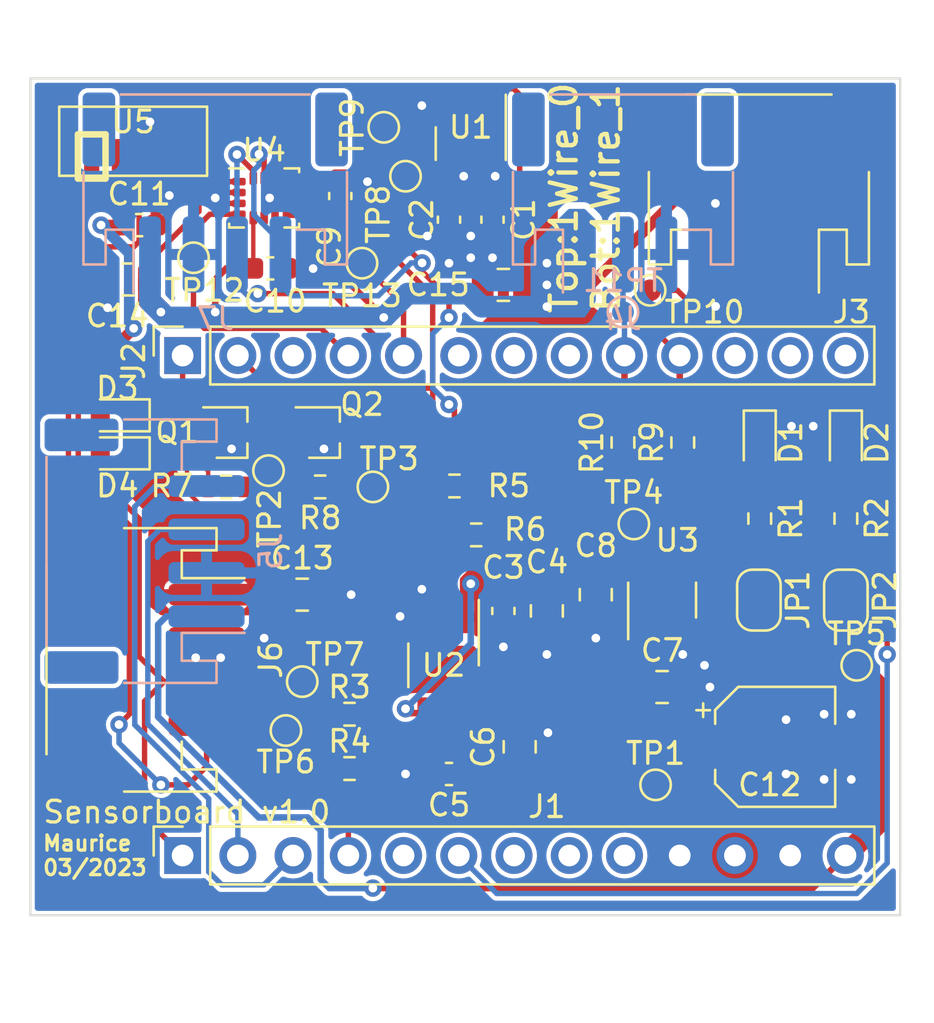
<source format=kicad_pcb>
(kicad_pcb (version 20211014) (generator pcbnew)
  (layers (0 "F.Cu" signal) (31 "B.Cu" signal) (34 "B.Paste" user) (35 "F.Paste" user) (36 "B.SilkS" user "B.Silkscreen") (37 "F.SilkS" user "F.Silkscreen") (38 "B.Mask" user) (39 "F.Mask" user) (44 "Edge.Cuts" user))
  (net 0 "")
  (net 1 "GND")
  (net 2 "Net-(D1-Pad2)")
  (net 3 "Net-(D2-Pad2)")
  (net 4 "Net-(D4-Pad1)")
  (net 5 "Net-(JP1-Pad1)")
  (net 6 "/VCC18")
  (net 7 "/SDA1V8")
  (net 8 "/SCL1V8")
  (net 9 "/EN1V8")
  (net 10 "/VCC33")
  (net 11 "/GPIO21")
  (net 12 "/GPIO01")
  (net 13 "/GPIO03")
  (net 14 "/GPIO22")
  (net 15 "/GPIO23")
  (net 16 "/LORA2")
  (net 17 "/LORA1")
  (net 18 "/GPIO27")
  (net 19 "/GPIO36")
  (net 20 "/GPIO39")
  (net 21 "/RST")
  (net 22 "/GPIO34")
  (net 23 "/GPIO35")
  (net 24 "/GPIO14")
  (net 25 "/GPIO12")
  (net 26 "/GPIO13")
  (net 27 "/GPIO25")
  (net 29 "/1WIRE_DATA0")
  (net 30 "/1WIRE_DATA1")
  (net 31 "/VCC5")
  (net 32 "Net-(D3-Pad1)")
  (net 33 "Net-(JP2-Pad1)")
  (net 34 "Net-(Q1-Pad3)")
  (net 35 "Net-(Q2-Pad3)")
  (net 38 "/GPIO00")
  (net 39 "/GPIO04")
  (footprint "LED_SMD:LED_0603_1608Metric" (layer "F.Cu") (at 82 74.75 180)
    (fp_text reference "D4")
    (fp_text value "U1")
  )
  (footprint "Capacitor_SMD:C_0603_1608Metric" (layer "F.Cu") (at 92.25 62.9125 90)
    (fp_text reference "C9")
    (fp_text value "100nF")
  )
  (footprint "Resistor_SMD:R_0603_1608Metric" (layer "F.Cu") (at 97.5 76.25 180)
    (fp_text reference "R5")
    (fp_text value "10k")
  )
  (footprint "Resistor_SMD:R_0603_1608Metric" (layer "F.Cu") (at 91.325 76.292893 180)
    (fp_text reference "R8")
    (fp_text value "120")
  )
  (footprint "Connector_PinSocket_2.54mm:PinSocket_1x13_P2.54mm_Vertical" (layer "F.Cu") (at 85 70.25 90)
    (fp_text reference "J2")
    (fp_text value "Conn_01x13_Female")
  )
  (footprint "Capacitor_SMD:C_0603_1608Metric" (layer "F.Cu") (at 99.75 82 -90)
    (fp_text reference "C3")
    (fp_text value "100nF")
  )
  (footprint "TestPoint:TestPoint_Pad_D1.0mm" (layer "F.Cu") (at 85.5 65.75)
    (fp_text reference "TP12")
    (fp_text value "TestPoint")
  )
  (footprint "Connector_JST:JST_PH_S3B-PH-SM4-TB_1x03-1MP_P2.00mm_Horizontal" (layer "F.Cu") (at 111.5 62.75 180)
    (fp_text reference "J3")
    (fp_text value "Conn_01x03_Female")
  )
  (footprint "Package_LGA:LGA-14_3x2.5mm_P0.5mm_LayoutBorder3x4y" (layer "F.Cu") (at 88.75 63)
    (fp_text reference "U4")
    (fp_text value "LSM6DS3")
  )
  (footprint "Connector_JST:JST_PH_S4B-PH-SM4-TB_1x04-1MP_P2.00mm_Horizontal" (layer "F.Cu") (at 83.25 84.25 -90)
    (fp_text reference "J6")
    (fp_text value "Conn_01x04_Female")
  )
  (footprint "own_footprints:VEML7700_top_view" (layer "F.Cu") (at 82.725 61.0915)
    (fp_text reference "U5")
    (fp_text value "VEML7700")
  )
  (footprint "Resistor_SMD:R_0603_1608Metric" (layer "F.Cu") (at 87 76.292893 180)
    (fp_text reference "R7")
    (fp_text value "120")
  )
  (footprint "TestPoint:TestPoint_Pad_D1.0mm" (layer "F.Cu") (at 94.25 59.75 90)
    (fp_text reference "TP9")
    (fp_text value "TestPoint")
  )
  (footprint "LED_SMD:LED_0603_1608Metric" (layer "F.Cu") (at 111.54 74.2675 -90)
    (fp_text reference "D1")
    (fp_text value "VCC33_Green")
  )
  (footprint "Package_LGA:Bosch_LGA-8_3x3mm_P0.8mm_ClockwisePinNumbering" (layer "F.Cu") (at 98.25 59.75)
    (fp_text reference "U1")
    (fp_text value "BME680")
  )
  (footprint "TestPoint:TestPoint_Pad_D1.0mm" (layer "F.Cu") (at 116 84.5)
    (fp_text reference "TP5")
    (fp_text value "TestPoint")
  )
  (footprint "Capacitor_SMD:C_0603_1608Metric" (layer "F.Cu") (at 97.25 89.5 180)
    (fp_text reference "C5")
    (fp_text value "100nF")
  )
  (footprint "Capacitor_SMD:C_0603_1608Metric" (layer "F.Cu") (at 99.25 64 -90)
    (fp_text reference "C1")
    (fp_text value "100nF")
  )
  (footprint "Capacitor_SMD:C_0805_2012Metric" (layer "F.Cu") (at 101.75 82 -90)
    (fp_text reference "C4")
    (fp_text value "1uF")
  )
  (footprint "Capacitor_SMD:C_0805_2012Metric" (layer "F.Cu") (at 99.75 67 180)
    (fp_text reference "C15")
    (fp_text value "1uF")
  )
  (footprint "Resistor_SMD:R_0603_1608Metric" (layer "F.Cu") (at 115.5 77.747258 -90)
    (fp_text reference "R2")
    (fp_text value "294")
  )
  (footprint "TestPoint:TestPoint_Pad_D1.0mm" (layer "F.Cu") (at 90.5 85.25 -90)
    (fp_text reference "TP7")
    (fp_text value "TestPoint")
  )
  (footprint "Package_TO_SOT_SMD:SOT-23-5" (layer "F.Cu") (at 107.05 81.5 90)
    (fp_text reference "U3")
    (fp_text value "TLV70218_SOT23-5")
  )
  (footprint "Capacitor_SMD:C_0805_2012Metric" (layer "F.Cu") (at 82.5 66.75 180)
    (fp_text reference "C14")
    (fp_text value "1uF")
  )
  (footprint "Resistor_SMD:R_0603_1608Metric" (layer "F.Cu") (at 92.675 89.25 180)
    (fp_text reference "R4")
    (fp_text value "10k")
  )
  (footprint "Jumper:SolderJumper-2_P1.3mm_Open_RoundedPad1.0x1.5mm" (layer "F.Cu") (at 111.5 81.5 -90)
    (fp_text reference "JP1")
    (fp_text value "SolderJumper_2_Open")
  )
  (footprint "Package_TO_SOT_SMD:SOT-323_SC-70" (layer "F.Cu") (at 91.5 73.792893)
    (fp_text reference "Q2")
    (fp_text value "Q_NMOS_GSD")
  )
  (footprint "Package_SO:VSSOP-8_3.0x3.0mm_P0.65mm" (layer "F.Cu") (at 97 84.5 -90)
    (fp_text reference "U2")
    (fp_text value "TCA9800")
  )
  (footprint "Capacitor_SMD:C_0805_2012Metric" (layer "F.Cu") (at 104 81.25 -90)
    (fp_text reference "C8")
    (fp_text value "1uF")
  )
  (footprint "TestPoint:TestPoint_Pad_D1.0mm" (layer "F.Cu") (at 93.75 76.292893)
    (fp_text reference "TP3")
    (fp_text value "TestPoint")
  )
  (footprint "Resistor_SMD:R_0603_1608Metric" (layer "F.Cu") (at 105.25 74.25 90)
    (fp_text reference "R10")
    (fp_text value "4k7")
  )
  (footprint "Connector_PinSocket_2.54mm:PinSocket_1x13_P2.54mm_Vertical" (layer "F.Cu") (at 85 93.25 90)
    (fp_text reference "J1")
    (fp_text value "Conn_01x13_Female")
  )
  (footprint "Resistor_SMD:R_0603_1608Metric" (layer "F.Cu") (at 98.5 78.5 180)
    (fp_text reference "R6")
    (fp_text value "10k")
  )
  (footprint "LED_SMD:LED_0603_1608Metric" (layer "F.Cu") (at 115.5 74.2675 -90)
    (fp_text reference "D2")
    (fp_text value "VCC5_Green")
  )
  (footprint "TestPoint:TestPoint_Pad_D1.0mm" (layer "F.Cu") (at 106.5 67.25 90)
    (fp_text reference "TP10")
    (fp_text value "TestPoint")
  )
  (footprint "Capacitor_SMD:C_0603_1608Metric" (layer "F.Cu") (at 97.25 64 -90)
    (fp_text reference "C2")
    (fp_text value "100nF")
  )
  (footprint "Package_TO_SOT_SMD:SOT-323_SC-70" (layer "F.Cu") (at 87.25 73.792893)
    (fp_text reference "Q1")
    (fp_text value "Q_NMOS_GSD")
  )
  (footprint "TestPoint:TestPoint_Pad_D1.0mm" (layer "F.Cu") (at 95.25 62 90)
    (fp_text reference "TP8")
    (fp_text value "TestPoint")
  )
  (footprint "Jumper:SolderJumper-2_P1.3mm_Open_RoundedPad1.0x1.5mm" (layer "F.Cu") (at 115.5 81.5 -90)
    (fp_text reference "JP2")
    (fp_text value "SolderJumper_2_Open")
  )
  (footprint "TestPoint:TestPoint_Pad_D1.0mm" (layer "F.Cu") (at 88.95 75.542893)
    (fp_text reference "TP2")
    (fp_text value "TestPoint")
  )
  (footprint "TestPoint:TestPoint_Pad_D1.0mm" (layer "F.Cu") (at 89.75 87.5 180)
    (fp_text reference "TP6")
    (fp_text value "TestPoint")
  )
  (footprint "Resistor_SMD:R_0603_1608Metric" (layer "F.Cu") (at 111.54 77.75 -90)
    (fp_text reference "R1")
    (fp_text value "120")
  )
  (footprint "Capacitor_SMD:C_0603_1608Metric" (layer "F.Cu") (at 89.03 66.24)
    (fp_text reference "C10")
    (fp_text value "100nF")
  )
  (footprint "LED_SMD:LED_0603_1608Metric" (layer "F.Cu") (at 82 73 180)
    (fp_text reference "D3")
    (fp_text value "U0")
  )
  (footprint "Capacitor_SMD:C_0805_2012Metric" (layer "F.Cu") (at 90.5 81.25)
    (fp_text reference "C13")
    (fp_text value "1uF")
  )
  (footprint "Resistor_SMD:R_0603_1608Metric" (layer "F.Cu") (at 108 74.25 90)
    (fp_text reference "R9")
    (fp_text value "4k7")
  )
  (footprint "Capacitor_SMD:C_0805_2012Metric" (layer "F.Cu") (at 107.05 85.5)
    (fp_text reference "C7")
    (fp_text value "1uF")
  )
  (footprint "Resistor_SMD:R_0603_1608Metric" (layer "F.Cu") (at 92.675 86.75 180)
    (fp_text reference "R3")
    (fp_text value "10k")
  )
  (footprint "TestPoint:TestPoint_Pad_D1.0mm" (layer "F.Cu") (at 105.75 78)
    (fp_text reference "TP4")
    (fp_text value "TestPoint")
  )
  (footprint "TestPoint:TestPoint_Pad_D1.0mm" (layer "F.Cu") (at 93.25 66)
    (fp_text reference "TP13")
    (fp_text value "TestPoint")
  )
  (footprint "TestPoint:TestPoint_Pad_D1.0mm" (layer "F.Cu") (at 106.75 90)
    (fp_text reference "TP1")
    (fp_text value "TestPoint")
  )
  (footprint "Capacitor_SMD:CP_Elec_5x5.3" (layer "F.Cu") (at 112.25 88.25)
    (fp_text reference "C12")
    (fp_text value "10uF")
  )
  (footprint "Capacitor_SMD:C_0603_1608Metric" (layer "F.Cu") (at 83 64.25)
    (fp_text reference "C11")
    (fp_text value "100nF")
  )
  (footprint "Capacitor_SMD:C_0805_2012Metric" (layer "F.Cu") (at 100.5 88.25 90)
    (fp_text reference "C6")
    (fp_text value "1uF")
  )
  (footprint "Connector_JST:JST_PH_S4B-PH-SM4-TB_1x04-1MP_P2.00mm_Horizontal" (layer "B.Cu") (at 86.5 62.75)
    (fp_text reference "J7")
    (fp_text value "Conn_01x04_Female")
  )
  (footprint "Connector_JST:JST_PH_S4B-PH-SM4-TB_1x04-1MP_P2.00mm_Horizontal" (layer "B.Cu") (at 83.25 79.25 90)
    (fp_text reference "J5")
    (fp_text value "Conn_01x04_Female")
  )
  (footprint "TestPoint:TestPoint_Pad_D1.0mm" (layer "B.Cu") (at 105.25 68.25 180)
    (fp_text reference "TP11")
    (fp_text value "TestPoint")
  )
  (footprint "Connector_JST:JST_PH_S3B-PH-SM4-TB_1x03-1MP_P2.00mm_Horizontal" (layer "B.Cu") (at 105.25 62.75)
    (fp_text reference "J4")
    (fp_text value "Conn_01x03_Female")
  )
  (gr_rect (start 78 96) (end 118 57.5) (layer "Edge.Cuts") (width 0.1) (fill none))
  (gr_text "Sensorboard v1.0" (at 78.5 91.25) (layer "F.SilkS") (effects (font (size 1 1)) (justify left)))
  (gr_text "Maurice\n03/2023" (at 78.5 93.25) (layer "F.SilkS") (effects (font (size 0.7 0.7)) (justify left)))
  (gr_text "Top:1Wire_0\nBot:1Wire_1" (at 103.5 63 90) (layer "F.SilkS") (effects (font (size 1.2 1.2) (thickness 0.2))))
  (segment (start 96.025 82.3) (end 95.05 82.3) (width 0.5) (layer "F.Cu") (net 1))
  (segment (start 114.45 88.25) (end 114.45 88.05) (width 0.5) (layer "F.Cu") (net 1))
  (segment (start 98.275 64.775) (end 98.25 64.75) (width 0.5) (layer "F.Cu") (net 1))
  (segment (start 86.1 83.25) (end 86.1 83.6505) (width 0.5) (layer "F.Cu") (net 1))
  (segment (start 96.025 82.3) (end 96.025 81.025) (width 0.5) (layer "F.Cu") (net 1))
  (segment (start 107.25 84) (end 108 84) (width 0.25) (layer "F.Cu") (net 1))
  (segment (start 84.387299 62.887299) (end 83.775 63.499598) (width 0.5) (layer "F.Cu") (net 1))
  (segment (start 114.45 88.25) (end 114.45 89.7) (width 0.5) (layer "F.Cu") (net 1))
  (segment (start 114.45 88.05) (end 115.75 86.75) (width 0.5) (layer "F.Cu") (net 1))
  (segment (start 97.85 60.9375) (end 97.85 61.9245) (width 0.25) (layer "F.Cu") (net 1))
  (segment (start 99.45 61.9245) (end 99.3745 62) (width 0.25) (layer "F.Cu") (net 1))
  (segment (start 97.85 61.9245) (end 97.9255 62) (width 0.25) (layer "F.Cu") (net 1))
  (segment (start 87.5875 63.25) (end 86.75 63.25) (width 0.25) (layer "F.Cu") (net 1))
  (segment (start 83.36 61.0915) (end 83.36 59.64) (width 0.5) (layer "F.Cu") (net 1))
  (segment (start 98.8 66.3) (end 98.25 65.75) (width 0.5) (layer "F.Cu") (net 1))
  (segment (start 81.55 68.05) (end 81.55 66.75) (width 1) (layer "F.Cu") (net 1))
  (segment (start 114.45 88.25) (end 114.45 86.8) (width 0.5) (layer "F.Cu") (net 1))
  (segment (start 97.25 64.775) (end 97.25 66) (width 0.5) (layer "F.Cu") (net 1))
  (segment (start 107.05 82.6375) (end 107.05 83.8) (width 0.25) (layer "F.Cu") (net 1))
  (segment (start 86.1 83.25) (end 86.1 83.65) (width 0.5) (layer "F.Cu") (net 1))
  (segment (start 98.8 67) (end 98.8 66.3) (width 0.5) (layer "F.Cu") (net 1))
  (segment (start 109.512299 65.612299) (end 109.5 65.6) (width 0.5) (layer "F.Cu") (net 1))
  (segment (start 112.98 73.48) (end 113 73.5) (width 0.25) (layer "F.Cu") (net 1))
  (segment (start 93.5 62.25) (end 92.3625 62.25) (width 0.3) (layer "F.Cu") (net 1))
  (segment (start 89 63) (end 89.25 63.25) (width 0.25) (layer "F.Cu") (net 1))
  (segment (start 96.275 64.775) (end 96.25 64.75) (width 0.5) (layer "F.Cu") (net 1))
  (segment (start 97.25 64.775) (end 96.275 64.775) (width 0.5) (layer "F.Cu") (net 1))
  (segment (start 99.45 60.9375) (end 99.45 61.9245) (width 0.25) (layer "F.Cu") (net 1))
  (segment (start 97.05 58.5625) (end 96.1875 58.5625) (width 0.25) (layer "F.Cu") (net 1))
  (segment (start 86.1 83.25) (end 88.75 83.25) (width 0.5) (layer "F.Cu") (net 1))
  (segment (start 100.5 87.3) (end 101.5 87.3) (width 0.5) (layer "F.Cu") (net 1))
  (segment (start 83.775 63.499598) (end 83.775 64.25) (width 0.5) (layer "F.Cu") (net 1))
  (segment (start 114.45 88.25) (end 114.45 88.45) (width 0.5) (layer "F.Cu") (net 1))
  (segment (start 99.25 64.775) (end 99.25 65.75) (width 0.5) (layer "F.Cu") (net 1))
  (segment (start 96.475 89.5) (end 95.25 89.5) (width 0.5) (layer "F.Cu") (net 1))
  (segment (start 99.25 64.775) (end 98.275 64.775) (width 0.5) (layer "F.Cu") (net 1))
  (segment (start 99.75 82.775) (end 99.75 83.6505) (width 1) (layer "F.Cu") (net 1))
  (segment (start 86.25 74.442893) (end 87.15 74.442893) (width 0.3) (layer "F.Cu") (net 1))
  (segment (start 107.05 83.8) (end 107.25 84) (width 0.25) (layer "F.Cu") (net 1))
  (segment (start 86.75 62.25) (end 86.5 62.5) (width 0.25) (layer "F.Cu") (net 1))
  (segment (start 92.3625 62.25) (end 92.25 62.1375) (width 0.3) (layer "F.Cu") (net 1))
  (segment (start 91.4 74.442893) (end 91.5 74.542893) (width 0.3) (layer "F.Cu") (net 1))
  (segment (start 86.75 62.75) (end 86.5 63) (width 0.25) (layer "F.Cu") (net 1))
  (segment (start 86.1 83.6505) (end 85.6 84.1505) (width 0.5) (layer "F.Cu") (net 1))
  (segment (start 86.1 83.5005) (end 86.75 84.1505) (width 0.5) (layer "F.Cu") (net 1))
  (segment (start 96.025 81.025) (end 96 81) (width 0.25) (layer "F.Cu") (net 1))
  (segment (start 109.5 65.6) (end 109.5 63.25) (width 0.5) (layer "F.Cu") (net 1))
  (segment (start 114 88.25) (end 112.75 87) (width 0.5) (layer "F.Cu") (net 1))
  (segment (start 87.5875 62.25) (end 86.75 62.25) (width 0.25) (layer "F.Cu") (net 1))
  (segment (start 101.5 87.3) (end 101.8 87.6) (width 0.5) (layer "F.Cu") (net 1))
  (segment (start 111.54 73.48) (end 112.98 73.48) (width 0.25) (layer "F.Cu") (net 1))
  (segment (start 91.45 81.25) (end 92.75 81.25) (width 0.5) (layer "F.Cu") (net 1))
  (segment (start 90.5 74.442893) (end 91.4 74.442893) (width 0.3) (layer "F.Cu") (net 1))
  (segment (start 83.36 59.64) (end 83.5 59.5) (width 0.5) (layer "F.Cu") (net 1))
  (segment (start 115.5 73.48) (end 114.02 73.48) (width 0.25) (layer "F.Cu") (net 1))
  (segment (start 87.15 74.442893) (end 87.25 74.542893) (width 0.3) (layer "F.Cu") (net 1))
  (segment (start 114.45 88.25) (end 114 88.25) (width 0.5) (layer "F.Cu") (net 1))
  (segment (start 104 82.2) (end 104 83.25) (width 1) (layer "F.Cu") (net 1))
  (segment (start 86.75 63.25) (end 86.5 63) (width 0.25) (layer "F.Cu") (net 1))
  (segment (start 86.1 83.25) (end 86.1 83.5005) (width 0.5) (layer "F.Cu") (net 1))
  (segment (start 89.25 63.25) (end 89.25 63.9125) (width 0.25) (layer "F.Cu") (net 1))
  (segment (start 89 63) (end 88.75 63.25) (width 0.25) (layer "F.Cu") (net 1))
  (segment (start 114 88.25) (end 112.75 89.5) (width 0.5) (layer "F.Cu") (net 1))
  (segment (start 114.02 73.48) (end 114 73.5) (width 0.25) (layer "F.Cu") (net 1))
  (segment (start 96.1875 58.5625) (end 96 58.75) (width 0.25) (layer "F.Cu") (net 1))
  (segment (start 88.75 63.25) (end 88.75 63.9125) (width 0.25) (layer "F.Cu") (net 1))
  (segment (start 109.512299 67.987701) (end 109.512299 65.612299) (width 0.5) (layer "F.Cu") (net 1))
  (segment (start 86.5 62.5) (end 86.5 63) (width 0.25) (layer "F.Cu") (net 1))
  (segment (start 89.805 66.24) (end 90.99 66.24) (width 0.3) (layer "F.Cu") (net 1))
  (segment (start 114.45 88.45) (end 115.75 89.75) (width 0.5) (layer "F.Cu") (net 1))
  (segment (start 95.05 82.3) (end 95 82.25) (width 0.25) (layer "F.Cu") (net 1))
  (segment (start 87.5875 62.75) (end 86.75 62.75) (width 0.25) (layer "F.Cu") (net 1))
  (segment (start 90.99 66.24) (end 91 66.25) (width 0.3) (layer "F.Cu") (net 1))
  (segment (start 114.45 86.8) (end 114.5 86.75) (width 0.5) (layer "F.Cu") (net 1))
  (segment (start 101.75 82.95) (end 101.75 84) (width 1) (layer "F.Cu") (net 1))
  (segment (start 114.45 89.7) (end 114.5 89.75) (width 0.5) (layer "F.Cu") (net 1))
  (via (at 114.5 86.75) (size 0.8) (drill 0.4) (layers "F.Cu" "B.Cu") (net 1))
  (via (at 98.25 65.75) (size 0.8) (drill 0.4) (layers "F.Cu" "B.Cu") (net 1))
  (via (at 109.25 85.5) (size 0.8) (drill 0.4) (layers "F.Cu" "B.Cu") (net 1))
  (via (at 95.25 89.5) (size 0.8) (drill 0.4) (layers "F.Cu" "B.Cu") (net 1))
  (via (at 114.5 89.75) (size 0.8) (drill 0.4) (layers "F.Cu" "B.Cu") (net 1))
  (via (at 96.25 64.75) (size 0.8) (drill 0.4) (layers "F.Cu" "B.Cu") (net 1))
  (via (at 101.75 84) (size 0.8) (drill 0.4) (layers "F.Cu" "B.Cu") (net 1))
  (via (at 97.9255 62) (size 0.8) (drill 0.4) (layers "F.Cu" "B.Cu") (net 1))
  (via (at 97.25 66) (size 0.8) (drill 0.4) (layers "F.Cu" "B.Cu") (net 1))
  (via (at 112.75 87) (size 0.8) (drill 0.4) (layers "F.Cu" "B.Cu") (net 1))
  (via (at 109 84.5) (size 0.8) (drill 0.4) (layers "F.Cu" "B.Cu") (net 1))
  (via (at 89 63) (size 0.8) (drill 0.4) (layers "F.Cu" "B.Cu") (net 1))
  (via (at 86.5 63) (size 0.8) (drill 0.4) (layers "F.Cu" "B.Cu") (net 1))
  (via (at 96 81) (size 0.8) (drill 0.4) (layers "F.Cu" "B.Cu") (net 1))
  (via (at 91 66.25) (size 0.8) (drill 0.4) (layers "F.Cu" "B.Cu") (net 1))
  (via (at 86.75 84.1505) (size 0.8) (drill 0.4) (layers "F.Cu" "B.Cu") (net 1))
  (via (at 93.5 62.25) (size 0.8) (drill 0.4) (layers "F.Cu" "B.Cu") (net 1))
  (via (at 85.6 84.1505) (size 0.8) (drill 0.4) (layers "F.Cu" "B.Cu") (net 1))
  (via (at 109.512299 67.987701) (size 0.8) (drill 0.4) (layers "F.Cu" "B.Cu") (net 1))
  (via (at 83.5 59.5) (size 0.8) (drill 0.4) (layers "F.Cu" "B.Cu") (net 1))
  (via (at 99.75 83.6505) (size 0.8) (drill 0.4) (layers "F.Cu" "B.Cu") (net 1))
  (via (at 115.75 89.75) (size 0.8) (drill 0.4) (layers "F.Cu" "B.Cu") (net 1))
  (via (at 108 84) (size 0.8) (drill 0.4) (layers "F.Cu" "B.Cu") (net 1))
  (via (at 96 58.75) (size 0.8) (drill 0.4) (layers "F.Cu" "B.Cu") (net 1))
  (via (at 99.25 65.75) (size 0.8) (drill 0.4) (layers "F.Cu" "B.Cu") (net 1))
  (via (at 87.25 74.542893) (size 0.8) (drill 0.4) (layers "F.Cu" "B.Cu") (net 1))
  (via (at 104 83.25) (size 0.8) (drill 0.4) (layers "F.Cu" "B.Cu") (net 1))
  (via (at 92.75 81.25) (size 0.8) (drill 0.4) (layers "F.Cu" "B.Cu") (net 1))
  (via (at 91.5 74.542893) (size 0.8) (drill 0.4) (layers "F.Cu" "B.Cu") (net 1))
  (via (at 81.55 68.05) (size 0.8) (drill 0.4) (layers "F.Cu" "B.Cu") (net 1))
  (via (at 113 73.5) (size 0.8) (drill 0.4) (layers "F.Cu" "B.Cu") (net 1))
  (via (at 95 82.25) (size 0.8) (drill 0.4) (layers "F.Cu" "B.Cu") (net 1))
  (via (at 115.75 86.75) (size 0.8) (drill 0.4) (layers "F.Cu" "B.Cu") (net 1))
  (via (at 101.8 87.6) (size 0.8) (drill 0.4) (layers "F.Cu" "B.Cu") (net 1))
  (via (at 109.5 63.25) (size 0.8) (drill 0.4) (layers "F.Cu" "B.Cu") (net 1))
  (via (at 99.3745 62) (size 0.8) (drill 0.4) (layers "F.Cu" "B.Cu") (net 1))
  (via (at 114 73.5) (size 0.8) (drill 0.4) (layers "F.Cu" "B.Cu") (net 1))
  (via (at 112.75 89.5) (size 0.8) (drill 0.4) (layers "F.Cu" "B.Cu") (net 1))
  (via (at 98.25 64.75) (size 0.8) (drill 0.4) (layers "F.Cu" "B.Cu") (net 1))
  (via (at 88.75 83.25) (size 0.8) (drill 0.4) (layers "F.Cu" "B.Cu") (net 1))
  (via (at 84.387299 62.887299) (size 0.8) (drill 0.4) (layers "F.Cu" "B.Cu") (net 1))
  (segment (start 111.54 76.925) (end 111.54 75.055) (width 0.25) (layer "F.Cu") (net 2))
  (segment (start 115.5 76.922258) (end 115.5 75.055) (width 0.25) (layer "F.Cu") (net 3))
  (segment (start 85.767893 77.067893) (end 85.2 76.5) (width 0.2) (layer "F.Cu") (net 4))
  (segment (start 90.5 76.292893) (end 89.725 77.067893) (width 0.2) (layer "F.Cu") (net 4))
  (segment (start 85.2 76.5) (end 85.2 75.45) (width 0.2) (layer "F.Cu") (net 4))
  (segment (start 84.5 74.75) (end 82.7875 74.75) (width 0.2) (layer "F.Cu") (net 4))
  (segment (start 89.725 77.067893) (end 85.767893 77.067893) (width 0.2) (layer "F.Cu") (net 4))
  (segment (start 85.2 75.45) (end 84.5 74.75) (width 0.2) (layer "F.Cu") (net 4))
  (segment (start 111.5 78.615) (end 111.54 78.575) (width 0.25) (layer "F.Cu") (net 5))
  (segment (start 111.5 80.85) (end 111.5 78.615) (width 0.25) (layer "F.Cu") (net 5))
  (segment (start 87.01 66.24) (end 86.5 66.75) (width 0.3) (layer "F.Cu") (net 6))
  (segment (start 108.5 62.25) (end 112.75 62.25) (width 0.5) (layer "F.Cu") (net 6))
  (segment (start 112.75 62.25) (end 113.5 63) (width 0.5) (layer "F.Cu") (net 6))
  (segment (start 83.45 65.913604) (end 85.75 63.613604) (width 0.25) (layer "F.Cu") (net 6))
  (segment (start 92.25 63.6875) (end 92.1875 63.6875) (width 0.2) (layer "F.Cu") (net 6))
  (segment (start 96.025 86.7) (end 95.45 86.7) (width 0.3) (layer "F.Cu") (net 6))
  (segment (start 113.5 63) (end 113.5 65.6) (width 0.5) (layer "F.Cu") (net 6))
  (segment (start 99.25 63.225) (end 98.65 62.625) (width 0.25) (layer "F.Cu") (net 6))
  (segment (start 100.7 67) (end 101.75 67) (width 0.5) (layer "F.Cu") (net 6))
  (segment (start 86.75 60) (end 88.75 60) (width 0.25) (layer "F.Cu") (net 6))
  (segment (start 100.75 67) (end 101.75 68) (width 0.25) (layer "F.Cu") (net 6))
  (segment (start 88.25 66.235) (end 88.255 66.24) (width 0.2) (layer "F.Cu") (net 6))
  (segment (start 97.85 58.5625) (end 97.85 58.4) (width 0.25) (layer "F.Cu") (net 6))
  (segment (start 103.75 67) (end 108.5 62.25) (width 0.5) (layer "F.Cu") (net 6))
  (segment (start 101.7 66) (end 100.7 67) (width 0.5) (layer "F.Cu") (net 6))
  (segment (start 88.75 60) (end 89.25 60.5) (width 0.25) (layer "F.Cu") (net 6))
  (segment (start 88.255 66.24) (end 87.01 66.24) (width 0.3) (layer "F.Cu") (net 6))
  (segment (start 83.45 67.7) (end 84 68.25) (width 1) (layer "F.Cu") (net 6))
  (segment (start 95.45 86.7) (end 95.25 86.5) (width 0.3) (layer "F.Cu") (net 6))
  (segment (start 100.5 58.25) (end 100.5 63.25) (width 0.25) (layer "F.Cu") (net 6))
  (segment (start 89.25 60.5) (end 89.25 62.0875) (width 0.25) (layer "F.Cu") (net 6))
  (segment (start 88.25 63.9125) (end 88.25 66.235) (width 0.2) (layer "F.Cu") (net 6))
  (segment (start 98.275 57.975) (end 99.5 57.975) (width 0.25) (layer "F.Cu") (net 6))
  (segment (start 99.5 57.975) (end 100.225 57.975) (width 0.25) (layer "F.Cu") (net 6))
  (segment (start 92.25 66.5) (end 92.25 63.6875) (width 0.3) (layer "F.Cu") (net 6))
  (segment (start 100.7 67) (end 100.7 66.7) (width 0.25) (layer "F.Cu") (net 6))
  (segment (start 83.45 66.75) (end 83.45 67.7) (width 1) (layer "F.Cu") (net 6))
  (segment (start 97.05 63.025) (end 97.25 63.225) (width 0.25) (layer "F.Cu") (net 6))
  (segment (start 85.75 61) (end 86.75 60) (width 0.25) (layer "F.Cu") (net 6))
  (segment (start 85.75 63.613604) (end 85.75 61) (width 0.25) (layer "F.Cu") (net 6))
  (segment (start 86.5 66.75) (end 86.5 68.5) (width 0.3) (layer "F.Cu") (net 6))
  (segment (start 97.05 60.9375) (end 97.05 63.025) (width 0.25) (layer "F.Cu") (net 6))
  (segment (start 94.25 68.5) (end 92.25 66.5) (width 0.3) (layer "F.Cu") (net 6))
  (segment (start 98.25 58) (end 98.275 57.975) (width 0.25) (layer "F.Cu") (net 6))
  (segment (start 92.1875 63.75) (end 92.25 63.6875) (width 0.2) (layer "F.Cu") (net 6))
  (segment (start 101.75 66) (end 101.7 66) (width 0.5) (layer "F.Cu") (net 6))
  (segment (start 100.225 57.975) (end 100.5 58.25) (width 0.25) (layer "F.Cu") (net 6))
  (segment (start 97.85 58.4) (end 98.25 58) (width 0.25) (layer "F.Cu") (net 6))
  (segment (start 89.9125 63.75) (end 92.1875 63.75) (width 0.2) (layer "F.Cu") (net 6))
  (segment (start 101.75 67) (end 103.75 67) (width 0.5) (layer "F.Cu") (net 6))
  (segment (start 83.45 66.75) (end 83.45 65.913604) (width 0.25) (layer "F.Cu") (net 6))
  (segment (start 100.7 67) (end 100.75 67) (width 0.25) (layer "F.Cu") (net 6))
  (segment (start 98.65 62.625) (end 98.65 60.9375) (width 0.25) (layer "F.Cu") (net 6))
  (via (at 98.25 80.75) (size 0.8) (drill 0.4) (layers "F.Cu" "B.Cu") (net 6))
  (via (at 86.5 68.25) (size 0.8) (drill 0.4) (layers "F.Cu" "B.Cu") (net 6))
  (via (at 101.75 66) (size 0.8) (drill 0.4) (layers "F.Cu" "B.Cu") (net 6))
  (via (at 84 68.25) (size 0.8) (drill 0.4) (layers "F.Cu" "B.Cu") (net 6))
  (via (at 101.75 67) (size 0.8) (drill 0.4) (layers "F.Cu" "B.Cu") (net 6))
  (via (at 94.25 68.5) (size 0.8) (drill 0.4) (layers "F.Cu" "B.Cu") (net 6))
  (via (at 95.25 86.5) (size 0.8) (drill 0.4) (layers "F.Cu" "B.Cu") (net 6))
  (via (at 101.75 68) (size 0.8) (drill 0.4) (layers "F.Cu" "B.Cu") (net 6))
  (segment (start 101.75 68) (end 98.75 68) (width 1) (layer "B.Cu") (net 6))
  (segment (start 86.5 68.5) (end 84.25 68.5) (width 1) (layer "B.Cu") (net 6))
  (segment (start 94.25 68.5) (end 86.5 68.5) (width 1) (layer "B.Cu") (net 6))
  (segment (start 98.75 68) (end 98.15 67.4) (width 1) (layer "B.Cu") (net 6))
  (segment (start 95.25 86.5) (end 98.25 83.5) (width 0.3) (layer "B.Cu") (net 6))
  (segment (start 103.25 65.6) (end 102.15 65.6) (width 0.5) (layer "B.Cu") (net 6))
  (segment (start 98.15 67.4) (end 95.35 67.4) (width 1) (layer "B.Cu") (net 6))
  (segment (start 84.25 68.5) (end 84 68.25) (width 1) (layer "B.Cu") (net 6))
  (segment (start 102.15 65.6) (end 101.75 66) (width 0.5) (layer "B.Cu") (net 6))
  (segment (start 98.25 83.5) (end 98.25 80.75) (width 0.3) (layer "B.Cu") (net 6))
  (segment (start 95.35 67.4) (end 94.25 68.5) (width 1) (layer "B.Cu") (net 6))
  (segment (start 84 68.25) (end 83.5 67.75) (width 1) (layer "B.Cu") (net 6))
  (segment (start 83.5 67.75) (end 83.5 65.6) (width 1) (layer "B.Cu") (net 6))
  (segment (start 96.725 76.3) (end 96.675 76.25) (width 0.25) (layer "F.Cu") (net 7))
  (segment (start 91.9005 67.4005) (end 93.795 69.295) (width 0.25) (layer "F.Cu") (net 7))
  (segment (start 94.25 61.613604) (end 95.181802 60.681802) (width 0.25) (layer "F.Cu") (net 7))
  (segment (start 93.795 69.295) (end 93.795 71.045) (width 0.25) (layer "F.Cu") (net 7))
  (segment (start 96.5 68) (end 96.5 67.5) (width 0.25) (layer "F.Cu") (net 7))
  (segment (start 88.455424 67.4005) (end 91.9005 67.4005) (width 0.25) (layer "F.Cu") (net 7))
  (segment (start 88.25 61.75) (end 87.5 61) (width 0.25) (layer "F.Cu") (net 7))
  (segment (start 88.25 62.0875) (end 88.25 61.75) (width 0.25) (layer "F.Cu") (net 7))
  (segment (start 96.725 82.25) (end 96.725 76.3) (width 0.25) (layer "F.Cu") (net 7))
  (segment (start 94.25 65.25) (end 94.25 61.613604) (width 0.25) (layer "F.Cu") (net 7))
  (segment (start 95.556802 60.306802) (end 96.063604 59.8) (width 0.25) (layer "F.Cu") (net 7))
  (segment (start 96.675 76.25) (end 96.5 76.075) (width 0.25) (layer "F.Cu") (net 7))
  (segment (start 98.2 59.8) (end 98.65 59.35) (width 0.25) (layer "F.Cu") (net 7))
  (segment (start 98.65 59.35) (end 98.65 58.5625) (width 0.25) (layer "F.Cu") (net 7))
  (segment (start 96.5 69) (end 96.5 68) (width 0.25) (layer "F.Cu") (net 7))
  (segment (start 96.5 71.75) (end 96.5 69) (width 0.25) (layer "F.Cu") (net 7))
  (segment (start 96.5 67.5) (end 94.25 65.25) (width 0.25) (layer "F.Cu") (net 7))
  (segment (start 96.5 76.075) (end 96.5 71.75) (width 0.25) (layer "F.Cu") (net 7))
  (segment (start 94.25 59.75) (end 95.181802 60.681802) (width 0.25) (layer "F.Cu") (net 7))
  (segment (start 96.063604 59.8) (end 98.2 59.8) (width 0.25) (layer "F.Cu") (net 7))
  (segment (start 94.5 71.75) (end 96.5 71.75) (width 0.25) (layer "F.Cu") (net 7))
  (segment (start 95.181802 60.681802) (end 95.556802 60.306802) (width 0.25) (layer "F.Cu") (net 7))
  (segment (start 96.675 82.3) (end 96.725 82.25) (width 0.25) (layer "F.Cu") (net 7))
  (segment (start 93.795 71.045) (end 94.5 71.75) (width 0.25) (layer "F.Cu") (net 7))
  (via (at 87.5 61) (size 0.8) (drill 0.4) (layers "F.Cu" "B.Cu") (net 7))
  (via (at 88.455424 67.4005) (size 0.8) (drill 0.4) (layers "F.Cu" "B.Cu") (net 7))
  (segment (start 87.5 67) (end 87.5 65.6) (width 0.25) (layer "B.Cu") (net 7))
  (segment (start 88.455424 67.4005) (end 88.355924 67.5) (width 0.25) (layer "B.Cu") (net 7))
  (segment (start 88 67.5) (end 87.5 67) (width 0.25) (layer "B.Cu") (net 7))
  (segment (start 87.5 61) (end 87.5 65.6) (width 0.25) (layer "B.Cu") (net 7))
  (segment (start 88.355924 67.5) (end 88 67.5) (width 0.25) (layer "B.Cu") (net 7))
  (segment (start 97.5 72.75) (end 97.25 72.5) (width 0.25) (layer "F.Cu") (net 8))
  (segment (start 97.325 82.3) (end 97.325 78.85) (width 0.25) (layer "F.Cu") (net 8))
  (segment (start 97.5 78.325) (end 97.5 73) (width 0.25) (layer "F.Cu") (net 8))
  (segment (start 95.25 61.25) (end 96.25 60.25) (width 0.25) (layer "F.Cu") (net 8))
  (segment (start 88.75 61.225402) (end 88.512299 60.987701) (width 0.25) (layer "F.Cu") (net 8))
  (segment (start 96.012299 65.987701) (end 95.25 65.225402) (width 0.25) (layer "F.Cu") (net 8))
  (segment (start 95.25 62) (end 95.25 61.25) (width 0.25) (layer "F.Cu") (net 8))
  (segment (start 98.5 60.25) (end 99.5 59.25) (width 0.25) (layer "F.Cu") (net 8))
  (segment (start 97.25 67.613604) (end 97.25 68.5) (width 0.25) (layer "F.Cu") (net 8))
  (segment (start 96.012299 65.987701) (end 96.012299 66.375903) (width 0.25) (layer "F.Cu") (net 8))
  (segment (start 97.5 73) (end 97.5 72.75) (width 0.25) (layer "F.Cu") (net 8))
  (segment (start 96.25 60.25) (end 98.5 60.25) (width 0.25) (layer "F.Cu") (net 8))
  (segment (start 95.25 65) (end 95.25 62) (width 0.25) (layer "F.Cu") (net 8))
  (segment (start 97.675 78.5) (end 97.5 78.325) (width 0.25) (layer "F.Cu") (net 8))
  (segment (start 99.5 58.6125) (end 99.45 58.5625) (width 0.25) (layer "F.Cu") (net 8))
  (segment (start 96.012299 66.375903) (end 97.25 67.613604) (width 0.25) (layer "F.Cu") (net 8))
  (segment (start 95.25 65.225402) (end 95.25 65) (width 0.25) (layer "F.Cu") (net 8))
  (segment (start 99.5 59.25) (end 99.5 58.6125) (width 0.25) (layer "F.Cu") (net 8))
  (segment (start 88.75 62.0875) (end 88.75 61.225402) (width 0.25) (layer "F.Cu") (net 8))
  (segment (start 97.325 78.85) (end 97.675 78.5) (width 0.25) (layer "F.Cu") (net 8))
  (via (at 97.25 68.5) (size 0.8) (drill 0.4) (layers "F.Cu" "B.Cu") (net 8))
  (via (at 97.25 72.5) (size 0.8) (drill 0.4) (layers "F.Cu" "B.Cu") (net 8))
  (via (at 96.012299 65.987701) (size 0.8) (drill 0.4) (layers "F.Cu" "B.Cu") (net 8))
  (via (at 88.512299 60.987701) (size 0.8) (drill 0.4) (layers "F.Cu" "B.Cu") (net 8))
  (segment (start 88.275 63.775) (end 89.5 65) (width 0.25) (layer "B.Cu") (net 8))
  (segment (start 90 67.5) (end 94 67.5) (width 0.25) (layer "B.Cu") (net 8))
  (segment (start 94 67.5) (end 95.512299 65.987701) (width 0.25) (layer "B.Cu") (net 8))
  (segment (start 89.5 67) (end 90 67.5) (width 0.25) (layer "B.Cu") (net 8))
  (segment (start 95.512299 65.987701) (end 96.012299 65.987701) (width 0.25) (layer "B.Cu") (net 8))
  (segment (start 88.512299 60.987701) (end 88.512299 61.487701) (width 0.25) (layer "B.Cu") (net 8))
  (segment (start 88.275 61.725) (end 88.275 63.775) (width 0.25) (layer "B.Cu") (net 8))
  (segment (start 97.25 68.5) (end 96.5 69.25) (width 0.25) (layer "B.Cu") (net 8))
  (segment (start 96.5 69.25) (end 96.5 71.75) (width 0.25) (layer "B.Cu") (net 8))
  (segment (start 89.5 65.6) (end 89.5 67) (width 0.25) (layer "B.Cu") (net 8))
  (segment (start 88.512299 61.487701) (end 88.275 61.725) (width 0.25) (layer "B.Cu") (net 8))
  (segment (start 96.5 71.75) (end 97.25 72.5) (width 0.25) (layer "B.Cu") (net 8))
  (segment (start 89.5 65) (end 89.5 65.6) (width 0.25) (layer "B.Cu") (net 8))
  (segment (start 109.6 80.6) (end 109.6 78.6) (width 0.25) (layer "F.Cu") (net 9))
  (segment (start 116.6 77.8) (end 117.4 78.6) (width 0.25) (layer "F.Cu") (net 9))
  (segment (start 108 82.6375) (end 108 82.2) (width 0.25) (layer "F.Cu") (net 9))
  (segment (start 110.4 77.8) (end 116.6 77.8) (width 0.25) (layer "F.Cu") (net 9))
  (segment (start 117.4 78.6) (end 117.4 84) (width 0.25) (layer "F.Cu") (net 9))
  (segment (start 109.6 78.6) (end 110.4 77.8) (width 0.25) (layer "F.Cu") (net 9))
  (segment (start 108 82.2) (end 109.6 80.6) (width 0.25) (layer "F.Cu") (net 9))
  (via (at 117.4 84) (size 0.8) (drill 0.4) (layers "F.Cu" "B.Cu") (net 9))
  (segment (start 117.4 93.6) (end 116 95) (width 0.25) (layer "B.Cu") (net 9))
  (segment (start 117.4 84) (end 117.4 93.6) (width 0.25) (layer "B.Cu") (net 9))
  (segment (start 99.45 95) (end 97.7 93.25) (width 0.25) (layer "B.Cu") (net 9))
  (segment (start 116 95) (end 99.45 95) (width 0.25) (layer "B.Cu") (net 9))
  (segment (start 89.55 81.418503) (end 93.406497 85.275) (width 1) (layer "F.Cu") (net 10))
  (segment (start 82.09 64.115) (end 82.09 61.0915) (width 0.3) (layer "F.Cu") (net 10))
  (segment (start 110.5 83.15) (end 111.5 82.15) (width 1) (layer "F.Cu") (net 10))
  (segment (start 95 90.75) (end 97.75 90.75) (width 0.3) (layer "F.Cu") (net 10))
  (segment (start 89.55 81.25) (end 89.55 81.418503) (width 1) (layer "F.Cu") (net 10))
  (segment (start 103.8 87) (end 103.8 88.2) (width 1) (layer "F.Cu") (net 10))
  (segment (start 81.2125 75.842893) (end 81.2125 74) (width 0.5) (layer "F.Cu") (net 10))
  (segment (start 82.75 69) (end 81.2125 70.5375) (width 0.5) (layer "F.Cu") (net 10))
  (segment (start 81.2125 70.5375) (end 81.2125 74) (width 0.5) (layer "F.Cu") (net 10))
  (segment (start 82.225 64.25) (end 82.09 64.115) (width 0.3) (layer "F.Cu") (net 10))
  (segment (start 102.075 85.275) (end 103.8 87) (width 1) (layer "F.Cu") (net 10))
  (segment (start 93.5 86.75) (end 93.5 85.368503) (width 0.5) (layer "F.Cu") (net 10))
  (segment (start 110.05 88.25) (end 110.5 87.8) (width 1) (layer "F.Cu") (net 10))
  (segment (start 98.025 86.75) (end 97.975 86.7) (width 0.3) (layer "F.Cu") (net 10))
  (segment (start 110.5 87.8) (end 110.5 83.15) (width 1) (layer "F.Cu") (net 10))
  (segment (start 93.5 85.368503) (end 93.406497 85.275) (width 0.5) (layer "F.Cu") (net 10))
  (segment (start 86.1 81.25) (end 89.55 81.25) (width 1) (layer "F.Cu") (net 10))
  (segment (start 93.5 89.25) (end 95 90.75) (width 0.3) (layer "F.Cu") (net 10))
  (segment (start 98.025 89.5) (end 98.025 86.75) (width 0.3) (layer "F.Cu") (net 10))
  (segment (start 106.1 85.5) (end 106.1 82.6375) (width 0.5) (layer "F.Cu") (net 10))
  (segment (start 81.25 64.25) (end 82.225 64.25) (width 0.5) (layer "F.Cu") (net 10))
  (segment (start 93.406497 85.275) (end 102.075 85.275) (width 1) (layer "F.Cu") (net 10))
  (via (at 81.25 64.25) (size 0.8) (drill 0.4) (layers "F.Cu" "B.Cu") (net 10))
  (via (at 82.75 69) (size 0.8) (drill 0.4) (layers "F.Cu" "B.Cu") (net 10))
  (segment (start 82.55 67.25) (end 82.55 65.55) (width 0.5) (layer "B.Cu") (net 10))
  (segment (start 82.75 69) (end 82.55 68.8) (width 0.5) (layer "B.Cu") (net 10))
  (segment (start 82.55 65.55) (end 81.25 64.25) (width 0.5) (layer "B.Cu") (net 10))
  (segment (start 82.55 68.8) (end 82.55 67.25) (width 0.5) (layer "B.Cu") (net 10))
  (segment (start 84.63 61.0915) (end 84.63 61.62) (width 0.25) (layer "F.Cu") (net 11))
  (segment (start 85 93.25) (end 83.25 91.5) (width 0.25) (layer "F.Cu") (net 11))
  (segment (start 96.675 87.575) (end 96.5 87.75) (width 0.25) (layer "F.Cu") (net 11))
  (segment (start 83.25 91.5) (end 83.25 86.15) (width 0.25) (layer "F.Cu") (net 11))
  (segment (start 83 84.1) (end 84.15 85.25) (width 0.25) (layer "F.Cu") (net 11))
  (segment (start 81 77) (end 82.25 77) (width 0.25) (layer "F.Cu") (net 11))
  (segment (start 83 63.25) (end 83 65) (width 0.25) (layer "F.Cu") (net 11))
  (segment (start 83 77.75) (end 83 84.1) (width 0.25) (layer "F.Cu") (net 11))
  (segment (start 82.25 77) (end 83 77.75) (width 0.25) (layer "F.Cu") (net 11))
  (segment (start 84.63 61.62) (end 83 63.25) (width 0.25) (layer "F.Cu") (net 11))
  (segment (start 96.675 86.7) (end 96.675 87.575) (width 0.25) (layer "F.Cu") (net 11))
  (segment (start 90.35 85.25) (end 91.85 86.75) (width 0.25) (layer "F.Cu") (net 11))
  (segment (start 80.2 66.3) (end 80.2 76.2) (width 0.25) (layer "F.Cu") (net 11))
  (segment (start 84.15 85.25) (end 86.1 85.25) (width 0.25) (layer "F.Cu") (net 11))
  (segment (start 83 65) (end 82.75 65.25) (width 0.25) (layer "F.Cu") (net 11))
  (segment (start 80.2 76.2) (end 81 77) (width 0.25) (layer "F.Cu") (net 11))
  (segment (start 86.1 85.25) (end 90.35 85.25) (width 0.25) (layer "F.Cu") (net 11))
  (segment (start 81.25 65.25) (end 80.2 66.3) (width 0.25) (layer "F.Cu") (net 11))
  (segment (start 83.25 86.15) (end 84.15 85.25) (width 0.25) (layer "F.Cu") (net 11))
  (segment (start 92.85 87.75) (end 91.85 86.75) (width 0.25) (layer "F.Cu") (net 11))
  (segment (start 96.5 87.75) (end 92.85 87.75) (width 0.25) (layer "F.Cu") (net 11))
  (segment (start 82.75 65.25) (end 81.25 65.25) (width 0.25) (layer "F.Cu") (net 11))
  (segment (start 87.54 93.25) (end 87.54 91.34) (width 0.25) (layer "B.Cu") (net 12))
  (segment (start 87.54 91.34) (end 83.4 87.2) (width 0.25) (layer "B.Cu") (net 12))
  (segment (start 83.95 78.25) (end 86.1 78.25) (width 0.25) (layer "B.Cu") (net 12))
  (segment (start 83.4 78.8) (end 83.95 78.25) (width 0.25) (layer "B.Cu") (net 12))
  (segment (start 83.4 87.2) (end 83.4 78.8) (width 0.25) (layer "B.Cu") (net 12))
  (segment (start 86.8 94.6) (end 86.2 94) (width 0.25) (layer "B.Cu") (net 13))
  (segment (start 83.75 76.25) (end 86.1 76.25) (width 0.25) (layer "B.Cu") (net 13))
  (segment (start 90.08 93.25) (end 88.73 94.6) (width 0.25) (layer "B.Cu") (net 13))
  (segment (start 88.73 94.6) (end 86.8 94.6) (width 0.25) (layer "B.Cu") (net 13))
  (segment (start 86.2 94) (end 86.2 90.636396) (width 0.25) (layer "B.Cu") (net 13))
  (segment (start 82.8 87.236396) (end 82.8 77.2) (width 0.25) (layer "B.Cu") (net 13))
  (segment (start 86.2 90.636396) (end 82.8 87.236396) (width 0.25) (layer "B.Cu") (net 13))
  (segment (start 82.8 77.2) (end 83.75 76.25) (width 0.25) (layer "B.Cu") (net 13))
  (segment (start 81.95 77.45) (end 80.813604 77.45) (width 0.25) (layer "F.Cu") (net 14))
  (segment (start 82.0755 87.2255) (end 82.55 86.751) (width 0.25) (layer "F.Cu") (net 14))
  (segment (start 79.75 64.5) (end 80.82 63.43) (width 0.25) (layer "F.Cu") (net 14))
  (segment (start 96.75 88.25) (end 97.325 87.675) (width 0.25) (layer "F.Cu") (net 14))
  (segment (start 91.85 89.25) (end 91.75 89.25) (width 0.25) (layer "F.Cu") (net 14))
  (segment (start 86.1 89.15) (end 86.1 87.25) (width 0.25) (layer "F.Cu") (net 14))
  (segment (start 80.813604 77.45) (end 79.75 76.386396) (width 0.25) (layer "F.Cu") (net 14))
  (segment (start 85.25 90) (end 86.1 89.15) (width 0.25) (layer "F.Cu") (net 14))
  (segment (start 89.75 87.25) (end 86.1 87.25) (width 0.25) (layer "F.Cu") (net 14))
  (segment (start 82.55 86.751) (end 82.55 78.05) (width 0.25) (layer "F.Cu") (net 14))
  (segment (start 91.75 89.25) (end 89.75 87.25) (width 0.25) (layer "F.Cu") (net 14))
  (segment (start 92.62 90.02) (end 91.85 89.25) (width 0.25) (layer "F.Cu") (net 14))
  (segment (start 80.82 63.43) (end 80.82 61.0915) (width 0.25) (layer "F.Cu") (net 14))
  (segment (start 84 90) (end 85.25 90) (width 0.25) (layer "F.Cu") (net 14))
  (segment (start 82.55 78.05) (end 81.95 77.45) (width 0.25) (layer "F.Cu") (net 14))
  (segment (start 97.325 87.675) (end 97.325 86.7) (width 0.25) (layer "F.Cu") (net 14))
  (segment (start 91.85 89.25) (end 92.85 88.25) (width 0.25) (layer "F.Cu") (net 14))
  (segment (start 79.75 76.386396) (end 79.75 64.5) (width 0.25) (layer "F.Cu") (net 14))
  (segment (start 92.85 88.25) (end 96.75 88.25) (width 0.25) (layer "F.Cu") (net 14))
  (segment (start 92.62 93.25) (end 92.62 90.02) (width 0.25) (layer "F.Cu") (net 14))
  (via (at 82.0755 87.2255) (size 0.8) (drill 0.4) (layers "F.Cu" "B.Cu") (net 14))
  (via (at 84 90) (size 0.8) (drill 0.4) (layers "F.Cu" "B.Cu") (net 14))
  (segment (start 82.0755 87.2255) (end 82.0755 88.0755) (width 0.25) (layer "B.Cu") (net 14))
  (segment (start 82.0755 88.0755) (end 84 90) (width 0.25) (layer "B.Cu") (net 14))
  (segment (start 86.125 73.142893) (end 85 72.017893) (width 0.25) (layer "F.Cu") (net 19))
  (segment (start 85 72.017893) (end 85 70.25) (width 0.25) (layer "F.Cu") (net 19))
  (segment (start 86.25 73.142893) (end 86.125 73.142893) (width 0.25) (layer "F.Cu") (net 19))
  (segment (start 90.432893 73.142893) (end 87.54 70.25) (width 0.25) (layer "F.Cu") (net 20))
  (segment (start 90.5 73.142893) (end 90.432893 73.142893) (width 0.25) (layer "F.Cu") (net 20))
  (segment (start 86.25 63.75) (end 87.5875 63.75) (width 0.25) (layer "F.Cu") (net 22))
  (segment (start 85.5 68.5) (end 85.5 64.5) (width 0.25) (layer "F.Cu") (net 22))
  (segment (start 91.37 69) (end 86 69) (width 0.25) (layer "F.Cu") (net 22))
  (segment (start 86 69) (end 85.5 68.5) (width 0.25) (layer "F.Cu") (net 22))
  (segment (start 85.5 64.5) (end 86.25 63.75) (width 0.25) (layer "F.Cu") (net 22))
  (segment (start 92.62 70.25) (end 91.37 69) (width 0.25) (layer "F.Cu") (net 22))
  (segment (start 89.9125 63.25) (end 91.25 63.25) (width 0.25) (layer "F.Cu") (net 23))
  (segment (start 91.5875 62.9125) (end 92.727817 62.9125) (width 0.25) (layer "F.Cu") (net 23))
  (segment (start 92.727817 62.9125) (end 93.25 63.434683) (width 0.25) (layer "F.Cu") (net 23))
  (segment (start 95.16 70.25) (end 95.16 67.91) (width 0.25) (layer "F.Cu") (net 23))
  (segment (start 93.25 63.434683) (end 93.25 66) (width 0.25) (layer "F.Cu") (net 23))
  (segment (start 91.25 63.25) (end 91.5875 62.9125) (width 0.25) (layer "F.Cu") (net 23))
  (segment (start 95.16 67.91) (end 93.25 66) (width 0.25) (layer "F.Cu") (net 23))
  (segment (start 109.25 68.75) (end 107.75 67.25) (width 0.25) (layer "F.Cu") (net 29))
  (segment (start 108 73.425) (end 107.86 73.285) (width 0.3) (layer "F.Cu") (net 29))
  (segment (start 107.75 67.25) (end 106.5 67.25) (width 0.25) (layer "F.Cu") (net 29))
  (segment (start 107.86 73.285) (end 107.86 70.25) (width 0.3) (layer "F.Cu") (net 29))
  (segment (start 111.5 65.6) (end 111.5 67.5) (width 0.25) (layer "F.Cu") (net 29))
  (segment (start 111.5 67.5) (end 110.25 68.75) (width 0.25) (layer "F.Cu") (net 29))
  (segment (start 110.25 68.75) (end 109.25 68.75) (width 0.25) (layer "F.Cu") (net 29))
  (segment (start 106.5 67.25) (end 106.5 68.89) (width 0.25) (layer "F.Cu") (net 29))
  (segment (start 106.5 68.89) (end 107.86 70.25) (width 0.25) (layer "F.Cu") (net 29))
  (segment (start 105.32 73.355) (end 105.32 70.25) (width 0.3) (layer "F.Cu") (net 30))
  (segment (start 105.25 73.425) (end 105.32 73.355) (width 0.3) (layer "F.Cu") (net 30))
  (segment (start 105.32 70.25) (end 105.32 68.32) (width 0.25) (layer "B.Cu") (net 30))
  (segment (start 105.32 68.32) (end 105.25 68.25) (width 0.25) (layer "B.Cu") (net 30))
  (segment (start 105.25 68.25) (end 105.25 65.6) (width 0.25) (layer "B.Cu") (net 30))
  (segment (start 115.48 93.25) (end 117 91.73) (width 1) (layer "F.Cu") (net 31))
  (segment (start 117 85.5) (end 116 84.5) (width 1) (layer "F.Cu") (net 31))
  (segment (start 115.48 93.25) (end 113.98 94.75) (width 0.3) (layer "F.Cu") (net 31))
  (segment (start 113.98 94.75) (end 93.75 94.75) (width 0.3) (layer "F.Cu") (net 31))
  (segment (start 115.5 84) (end 116 84.5) (width 1) (layer "F.Cu") (net 31))
  (segment (start 115.5 82.15) (end 115.5 84) (width 1) (layer "F.Cu") (net 31))
  (segment (start 117 91.73) (end 117 85.5) (width 1) (layer "F.Cu") (net 31))
  (segment (start 115.48 82.17) (end 115.5 82.15) (width 1) (layer "F.Cu") (net 31))
  (via (at 93.75 94.75) (size 0.8) (drill 0.4) (layers "F.Cu" "B.Cu") (net 31))
  (segment (start 91.35 92.1) (end 91.35 93.6) (width 0.3) (layer "B.Cu") (net 31))
  (segment (start 84.25 82.25) (end 83.875 82.625) (width 0.3) (layer "B.Cu") (net 31))
  (segment (start 91.35 93.6) (end 91.35 94.35) (width 0.3) (layer "B.Cu") (net 31))
  (segment (start 90.75 91.5) (end 91.35 92.1) (width 0.3) (layer "B.Cu") (net 31))
  (segment (start 83.875 86.875) (end 88.5 91.5) (width 0.3) (layer "B.Cu") (net 31))
  (segment (start 91.5 94.5) (end 91.75 94.75) (width 0.3) (layer "B.Cu") (net 31))
  (segment (start 86.1 82.25) (end 84.25 82.25) (width 0.3) (layer "B.Cu") (net 31))
  (segment (start 91.35 94.35) (end 91.5 94.5) (width 0.3) (layer "B.Cu") (net 31))
  (segment (start 88.5 91.5) (end 90.75 91.5) (width 0.3) (layer "B.Cu") (net 31))
  (segment (start 83.875 82.625) (end 83.875 86.875) (width 0.3) (layer "B.Cu") (net 31))
  (segment (start 91.75 94.75) (end 93.75 94.75) (width 0.3) (layer "B.Cu") (net 31))
  (segment (start 86.175 76.292893) (end 86.175 75.567893) (width 0.2) (layer "F.Cu") (net 32))
  (segment (start 86.175 75.567893) (end 84.607107 74) (width 0.2) (layer "F.Cu") (net 32))
  (segment (start 84.607107 74) (end 84.607107 73.357107) (width 0.2) (layer "F.Cu") (net 32))
  (segment (start 84.25 73) (end 82.7875 73) (width 0.2) (layer "F.Cu") (net 32))
  (segment (start 84.607107 73.357107) (end 84.25 73) (width 0.2) (layer "F.Cu") (net 32))
  (segment (start 115.5 80.85) (end 115.5 78.572258) (width 0.25) (layer "F.Cu") (net 33))
  (segment (start 88.95 75.542893) (end 88.575 75.542893) (width 0.3) (layer "F.Cu") (net 34))
  (segment (start 88.575 75.542893) (end 87.825 76.292893) (width 0.3) (layer "F.Cu") (net 34))
  (segment (start 88.95 75.542893) (end 88.95 74.492893) (width 0.3) (layer "F.Cu") (net 34))
  (segment (start 88.95 74.492893) (end 88.25 73.792893) (width 0.3) (layer "F.Cu") (net 34))
  (segment (start 93.75 76.292893) (end 92.15 76.292893) (width 0.3) (layer "F.Cu") (net 35))
  (segment (start 92.5 75.942893) (end 92.15 76.292893) (width 0.3) (layer "F.Cu") (net 35))
  (segment (start 92.5 73.792893) (end 92.5 75.942893) (width 0.3) (layer "F.Cu") (net 35))
  (zone (net 6) (net_name "/VCC18") (layer "F.Cu") (connect_pads (clearance 0.2)) (min_thickness 0.254) (fill yes (thermal_gap 0.2) (thermal_bridge_width 0.6))
    (polygon (pts (xy 104 74.5) (xy 108.75 74.5) (xy 108.75 75.75) (xy 107 77) (xy 107 79.75) (xy 106.5 81) (xy 105.75 81) (xy 105.5 81.5) (xy 103 81.5) (xy 102.75 81.75) (xy 101 81.75) (xy 98.75 82.25) (xy 98.75 83) (xy 98.5 83.25) (xy 97.75 83.25) (xy 97.75 80.5) (xy 98.5 79.75) (xy 98.5 77.5) (xy 97.75 77) (xy 97.75 75.5) (xy 98.25 75) (xy 102.75 75)))
  )
  (zone (net 1) (net_name "GND") (layer "F.Cu") (connect_pads (clearance 0.3)) (min_thickness 0.254) (fill yes (thermal_gap 0.2) (thermal_bridge_width 0.5))
    (polygon (pts (xy 108.75 84) (xy 109.25 84) (xy 109.5 84.5) (xy 109.5 86) (xy 109 86.1) (xy 107.5 86.1) (xy 107.5 83.75) (xy 108.5 83.75)))
  )
  (zone (net 6) (net_name "/VCC18") (layer "F.Cu") (connect_pads (clearance 0.2)) (min_thickness 0.254) (fill yes (thermal_gap 0.2) (thermal_bridge_width 0.6))
    (polygon (pts (xy 102.25 63.5) (xy 102.25 68) (xy 99.5 68) (xy 99.5 66.5) (xy 100 65.5) (xy 100 64.5) (xy 99.75 63.75) (xy 97 63.75) (xy 96.75 63.5) (xy 96.75 62.75) (xy 97 62.75) (xy 101 62.75)))
  )
  (zone (net 10) (net_name "/VCC33") (layer "F.Cu") (connect_pads (clearance 0.3)) (min_thickness 0.254) (fill yes (thermal_gap 0.2) (thermal_bridge_width 0.5))
    (polygon (pts (xy 84.8 75.2) (xy 84.8 76.6) (xy 85.6 77.4) (xy 93.8 77.4) (xy 94.4 78.2) (xy 94.4 82.8) (xy 95.2 83.6) (xy 98.4 83.6) (xy 99 84.4) (xy 103.6 84.4) (xy 105.4 85) (xy 105.4 88.4) (xy 103.8 88.6) (xy 102.4 87.6) (xy 102.4 86.8) (xy 102 86.4) (xy 99.4 86.4) (xy 98.8 85.8) (xy 95 85.8) (xy 92.6 85.6) (xy 89.2 82.2) (xy 84 82.2) (xy 82.2 80.8) (xy 82.2 78.2) (xy 82 78) (xy 81 78) (xy 80.6 77.4) (xy 80.6 75.6) (xy 81 75.2)))
  )
  (zone (net 10) (net_name "/VCC33") (layer "F.Cu") (connect_pads (clearance 0.2)) (min_thickness 0.254) (fill yes (thermal_gap 0.2) (thermal_bridge_width 0.6))
    (polygon (pts (xy 113 84) (xy 112.25 85.25) (xy 112.25 90.25) (xy 110.75 91.5) (xy 109.75 89.75) (xy 109.75 84) (xy 109 83.25) (xy 109 81.75) (xy 113 81.75)))
  )
  (zone (net 6) (net_name "/VCC18") (layer "F.Cu") (connect_pads (clearance 0.2)) (min_thickness 0.254) (fill yes (thermal_gap 0.2) (thermal_bridge_width 0.6))
    (polygon (pts (xy 101.75 67.5) (xy 103.25 67.5) (xy 104.5 68.5) (xy 104.5 72.5) (xy 104.25 72.75) (xy 104.25 76.25) (xy 103.5 77.25) (xy 100.25 77.25) (xy 98.25 75.25) (xy 98.25 72.75) (xy 98.5 71.25) (xy 98.5 69) (xy 99.25 68.25) (xy 99.5 67.75) (xy 99.5 66.25) (xy 101.75 66.25)))
  )
  (zone (net 10) (net_name "/VCC33") (layer "F.Cu") (connect_pads (clearance 0.2)) (min_thickness 0.254) (fill yes (thermal_gap 0.508) (thermal_bridge_width 0.508))
    (polygon (pts (xy 107.249917 84.495456) (xy 107.25 86.5) (xy 108 87.25) (xy 105.5 87.75) (xy 105 87.25) (xy 105 84.5) (xy 105.5 84) (xy 106.75 84)))
  )
  (zone (net 10) (net_name "/VCC33") (layer "F.Cu") (connect_pads (clearance 0.2)) (min_thickness 0.2) (fill yes (thermal_gap 0.254) (thermal_bridge_width 0.6))
    (polygon (pts (xy 111.75 94) (xy 111 94.5) (xy 109.75 94.5) (xy 109 94) (xy 109 92.5) (xy 108.25 91.5) (xy 97.75 91.5) (xy 97.25 91) (xy 97.25 88.75) (xy 97.5 88.5) (xy 102 88.5) (xy 102.4 88) (xy 102.4 87) (xy 111.75 87)))
  )
  (zone (net 6) (net_name "/VCC18") (layer "B.Cu") (priority 1) (connect_pads (clearance 0.3)) (min_thickness 0.254) (fill yes (thermal_gap 0.2) (thermal_bridge_width 0.6) (smoothing fillet))
    (polygon (pts (xy 104 64) (xy 104 67.75) (xy 103.5 68.5) (xy 101.5 68.5) (xy 101 68) (xy 101 65.25) (xy 102.75 63.5) (xy 103.5 63.5)))
  )
  (zone (net 1) (net_name "GND") (layer "B.Cu") (connect_pads (clearance 0.2)) (min_thickness 0.25) (fill yes (thermal_gap 0.508) (thermal_bridge_width 0.508))
    (polygon (pts (xy 118 96) (xy 78 96) (xy 78 57.5) (xy 118 57.5)))
  )
)
</source>
